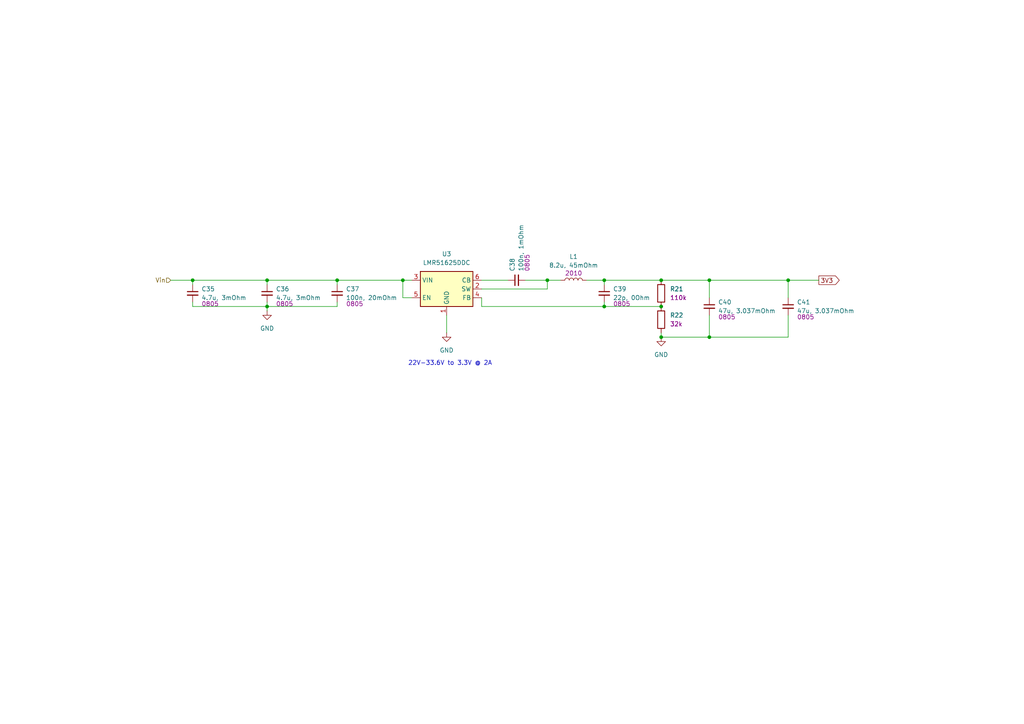
<source format=kicad_sch>
(kicad_sch (version 20250114) (generator "eeschema") (generator_version "9.0")
  (paper "A4")
  (lib_symbols
    (symbol "Device:C_Small" (pin_numbers (hide yes)) (pin_names (offset 0.254) (hide yes))
      (property "Reference" "C" (at 0.254 1.778 0))
      (property "Value" "C_Small" (at 0.254 -2.032 0))
      (symbol "C_Small_0_1"
        (polyline (pts (xy -1.524 0.508) (xy 1.524 0.508)) (stroke (width 0.3048)))
        (polyline (pts (xy -1.524 -0.508) (xy 1.524 -0.508)) (stroke (width 0.3302)))
      )
      (symbol "C_Small_1_1"
        (pin passive line (at 0 2.54 270) (length 2.032) (name "~") (number "1"))
        (pin passive line (at 0 -2.54 90) (length 2.032) (name "~") (number "2"))
      )
    )
    (symbol "Device:L" (pin_numbers (hide yes)) (pin_names (offset 1.016) (hide yes))
      (property "Reference" "L" (at -1.27 0 90))
      (property "Value" "L" (at 1.905 0 90))
      (symbol "L_0_1"
        (arc (start 0 2.54) (mid 0.6323 1.905) (end 0 1.27))
        (arc (start 0 1.27) (mid 0.6323 0.635) (end 0 0))
        (arc (start 0 0) (mid 0.6323 -0.635) (end 0 -1.27))
        (arc (start 0 -1.27) (mid 0.6323 -1.905) (end 0 -2.54))
      )
      (symbol "L_1_1"
        (pin passive line (at 0 3.81 270) (length 1.27) (name "1") (number "1"))
        (pin passive line (at 0 -3.81 90) (length 1.27) (name "2") (number "2"))
      )
    )
    (symbol "PCM_4ms_Resistor:150K_0603" (pin_numbers (hide yes)) (pin_names (offset 0))
      (property "Reference" "R" (at 2.032 0 90))
      (property "Display" "150K" (at 3.81 0 90))
      (symbol "150K_0603_0_1"
        (rectangle (start -1.016 -2.54) (end 1.016 2.54) (stroke (width 0.254)))
      )
      (symbol "150K_0603_1_1"
        (pin passive line (at 0 3.81 270) (length 1.27) (name "~") (number "1"))
        (pin passive line (at 0 -3.81 90) (length 1.27) (name "~") (number "2"))
      )
    )
    (symbol "Regulator_Switching:LMR51625DDC"
      (property "Reference" "U" (at -7.62 6.35 0))
      (property "Value" "LMR51625DDC" (at 0 6.35 0))
      (symbol "LMR51625DDC_0_1"
        (rectangle (start -7.62 5.08) (end 7.62 -5.08) (stroke (width 0.254)) (fill (type background)))
      )
      (symbol "LMR51625DDC_1_1"
        (pin power_in line (at -10.16 2.54 0) (length 2.54) (name "VIN") (number "3"))
        (pin input line (at -10.16 -2.54 0) (length 2.54) (name "EN") (number "5"))
        (pin power_in line (at 0 -7.62 90) (length 2.54) (name "GND") (number "1"))
        (pin passive line (at 10.16 2.54 180) (length 2.54) (name "CB") (number "6"))
        (pin power_out line (at 10.16 0 180) (length 2.54) (name "SW") (number "2"))
        (pin input line (at 10.16 -2.54 180) (length 2.54) (name "FB") (number "4"))
      )
    )
    (symbol "power:GND" (power) (pin_numbers (hide yes)) (pin_names (offset 0) (hide yes))
      (property "Value" "GND" (at 0 -3.81 0))
      (symbol "GND_0_1"
        (polyline (pts (xy 0 0) (xy 0 -1.27) (xy 1.27 -1.27) (xy 0 -2.54) (xy -1.27 -1.27) (xy 0 -1.27)))
      )
      (symbol "GND_1_1"
        (pin power_in line (at 0 0 270) (length 0) (name "~") (number "1"))
      )
    )
  )
  (text "22V-33.6V to 3.3V @ 2A" (at 130.556 105.41 0) (effects (font (size 1.27 1.27))))
  (junction (at 55.88 81.28))
  (junction (at 175.26 88.9))
  (junction (at 116.84 81.28))
  (junction (at 191.77 97.79))
  (junction (at 175.26 81.28))
  (junction (at 77.47 88.9))
  (junction (at 191.77 81.28))
  (junction (at 205.74 81.28))
  (junction (at 191.77 88.9))
  (junction (at 205.74 97.79))
  (junction (at 158.75 81.28))
  (junction (at 97.79 81.28))
  (junction (at 77.47 81.28))
  (junction (at 228.6 81.28))
  (wire (pts (xy 129.54 91.44) (xy 129.54 96.52)))
  (wire (pts (xy 191.77 97.79) (xy 205.74 97.79)))
  (wire (pts (xy 175.26 88.9) (xy 191.77 88.9)))
  (wire (pts (xy 77.47 87.63) (xy 77.47 88.9)))
  (wire (pts (xy 77.47 88.9) (xy 97.79 88.9)))
  (wire (pts (xy 55.88 81.28) (xy 55.88 82.55)))
  (wire (pts (xy 97.79 81.28) (xy 97.79 82.55)))
  (wire (pts (xy 55.88 87.63) (xy 55.88 88.9)))
  (wire (pts (xy 77.47 81.28) (xy 77.47 82.55)))
  (wire (pts (xy 116.84 86.36) (xy 119.38 86.36)))
  (wire (pts (xy 139.7 81.28) (xy 147.32 81.28)))
  (wire (pts (xy 55.88 81.28) (xy 77.47 81.28)))
  (wire (pts (xy 228.6 81.28) (xy 228.6 86.36)))
  (wire (pts (xy 116.84 81.28) (xy 119.38 81.28)))
  (wire (pts (xy 205.74 97.79) (xy 228.6 97.79)))
  (wire (pts (xy 228.6 91.44) (xy 228.6 97.79)))
  (wire (pts (xy 170.18 81.28) (xy 175.26 81.28)))
  (wire (pts (xy 139.7 86.36) (xy 139.7 88.9)))
  (wire (pts (xy 77.47 81.28) (xy 97.79 81.28)))
  (wire (pts (xy 191.77 81.28) (xy 205.74 81.28)))
  (wire (pts (xy 191.77 97.79) (xy 191.77 96.52)))
  (wire (pts (xy 228.6 81.28) (xy 237.49 81.28)))
  (wire (pts (xy 116.84 81.28) (xy 116.84 86.36)))
  (wire (pts (xy 158.75 81.28) (xy 162.56 81.28)))
  (wire (pts (xy 49.53 81.28) (xy 55.88 81.28)))
  (wire (pts (xy 97.79 81.28) (xy 116.84 81.28)))
  (wire (pts (xy 158.75 81.28) (xy 158.75 83.82)))
  (wire (pts (xy 77.47 90.17) (xy 77.47 88.9)))
  (wire (pts (xy 175.26 81.28) (xy 191.77 81.28)))
  (wire (pts (xy 152.4 81.28) (xy 158.75 81.28)))
  (wire (pts (xy 205.74 91.44) (xy 205.74 97.79)))
  (wire (pts (xy 55.88 88.9) (xy 77.47 88.9)))
  (wire (pts (xy 205.74 81.28) (xy 205.74 86.36)))
  (wire (pts (xy 139.7 88.9) (xy 175.26 88.9)))
  (wire (pts (xy 175.26 81.28) (xy 175.26 82.55)))
  (wire (pts (xy 205.74 81.28) (xy 228.6 81.28)))
  (wire (pts (xy 97.79 87.63) (xy 97.79 88.9)))
  (wire (pts (xy 139.7 83.82) (xy 158.75 83.82)))
  (wire (pts (xy 175.26 87.63) (xy 175.26 88.9)))
  (global_label "3V3" (shape output) (at 237.49 81.28 0) (property "Intersheetrefs" "${INTERSHEET_REFS}" (effects (hide yes))))
  (hierarchical_label "Vin" (shape input) (at 49.53 81.28 180))
  (symbol (lib_id "Device:C_Small") (at 97.79 85.09 0) (unit 1)
    (property "Reference" "C37" (at 100.33 83.8262 0) (effects (justify left)))
    (property "Value" "100n, 20mOhm" (at 100.33 86.3662 0) (effects (justify left)))
    (property "Footprint" "Capacitor_SMD:C_0805_2012Metric_Pad1.18x1.45mm_HandSolder" (effects (hide yes)))
    (property "Description" "0805" (at 102.87 88.138 0))
  )
  (symbol (lib_id "PCM_4ms_Resistor:150K_0603") (at 191.77 92.71 180) (unit 1)
    (property "Reference" "R22" (at 194.31 91.4399 0) (effects (justify right)))
    (property "Value" "150K_0603" (effects (hide yes)))
    (property "Footprint" "PCM_4ms_Resistor:R_0805_2012Metric" (effects (hide yes)))
    (property "Description" "150K, 1%, 1/10W, 0603" (effects (hide yes)))
    (property "Specifications" "150K, 1%, 1/10W, 0603" (effects (hide yes)))
    (property "Manufacturer" "Yageo" (effects (hide yes)))
    (property "Part Number" "RC0603FR-07150KL" (effects (hide yes)))
    (property "Display" "32k" (at 194.31 93.9799 0) (effects (justify right)))
    (property "JLCPCB ID" "C22807" (effects (hide yes)))
  )
  (symbol (lib_id "power:GND") (at 77.47 90.17 0) (unit 1)
    (property "Reference" "#PWR033" (effects (hide yes)))
    (property "Value" "GND" (at 77.47 95.25 0))
    (property "Description" "Power symbol creates a global label with name \"GND\" , ground" (effects (hide yes)))
  )
  (symbol (lib_id "Device:C_Small") (at 149.86 81.28 90) (unit 1)
    (property "Reference" "C38" (at 148.5962 78.74 0) (effects (justify left)))
    (property "Value" "100n, 1mOhm" (at 151.1362 78.74 0) (effects (justify left)))
    (property "Footprint" "Capacitor_SMD:C_0805_2012Metric_Pad1.18x1.45mm_HandSolder" (effects (hide yes)))
    (property "Description" "0805" (at 152.908 76.2 0))
  )
  (symbol (lib_id "Device:L") (at 166.37 81.28 90) (unit 1)
    (property "Reference" "L1" (at 166.37 74.422 90))
    (property "Value" "8.2u, 45mOhm" (at 166.37 76.962 90))
    (property "Footprint" "Inductor_SMD_Wurth:L_Wurth_WE-LQSH-2010" (effects (hide yes)))
    (property "Description" "2010" (at 166.37 79.248 90))
  )
  (symbol (lib_id "Device:C_Small") (at 228.6 88.9 0) (unit 1)
    (property "Reference" "C41" (at 231.14 87.6362 0) (effects (justify left)))
    (property "Value" "47u, 3.037mOhm" (at 231.14 90.1762 0) (effects (justify left)))
    (property "Footprint" "Capacitor_SMD:C_0805_2012Metric_Pad1.18x1.45mm_HandSolder" (effects (hide yes)))
    (property "Description" "0805" (at 233.68 91.948 0))
  )
  (symbol (lib_id "Device:C_Small") (at 77.47 85.09 0) (unit 1)
    (property "Reference" "C36" (at 80.01 83.8262 0) (effects (justify left)))
    (property "Value" "4.7u, 3mOhm" (at 80.01 86.3662 0) (effects (justify left)))
    (property "Footprint" "Capacitor_SMD:C_0805_2012Metric_Pad1.18x1.45mm_HandSolder" (effects (hide yes)))
    (property "Description" "0805" (at 82.55 88.138 0))
  )
  (symbol (lib_id "power:GND") (at 129.54 96.52 0) (unit 1)
    (property "Reference" "#PWR034" (effects (hide yes)))
    (property "Value" "GND" (at 129.54 101.6 0))
    (property "Description" "Power symbol creates a global label with name \"GND\" , ground" (effects (hide yes)))
  )
  (symbol (lib_id "Regulator_Switching:LMR51625DDC") (at 129.54 83.82 0) (unit 1)
    (property "Reference" "U3" (at 129.54 73.66 0))
    (property "Value" "LMR51625DDC" (at 129.54 76.2 0))
    (property "Footprint" "Package_TO_SOT_SMD:SOT-23-6" (effects (hide yes)))
    (property "Datasheet" "https://www.ti.com/lit/ds/symlink/lmr51430.pdf" (effects (hide yes)))
    (property "Description" "4.5-V to 36-V, 3-A synchronous buck converter with 40-µA IQ, SOT-23-6" (effects (hide yes)))
  )
  (symbol (lib_id "PCM_4ms_Resistor:150K_0603") (at 191.77 85.09 180) (unit 1)
    (property "Reference" "R21" (at 194.31 83.8199 0) (effects (justify right)))
    (property "Value" "150K_0603" (effects (hide yes)))
    (property "Footprint" "PCM_4ms_Resistor:R_0805_2012Metric" (effects (hide yes)))
    (property "Description" "150K, 1%, 1/10W, 0603" (effects (hide yes)))
    (property "Specifications" "150K, 1%, 1/10W, 0603" (effects (hide yes)))
    (property "Manufacturer" "Yageo" (effects (hide yes)))
    (property "Part Number" "RC0603FR-07150KL" (effects (hide yes)))
    (property "Display" "110k" (at 194.31 86.3599 0) (effects (justify right)))
    (property "JLCPCB ID" "C22807" (effects (hide yes)))
  )
  (symbol (lib_id "Device:C_Small") (at 205.74 88.9 0) (unit 1)
    (property "Reference" "C40" (at 208.28 87.6362 0) (effects (justify left)))
    (property "Value" "47u, 3.037mOhm" (at 208.28 90.1762 0) (effects (justify left)))
    (property "Footprint" "Capacitor_SMD:C_0805_2012Metric_Pad1.18x1.45mm_HandSolder" (effects (hide yes)))
    (property "Description" "0805" (at 210.82 91.948 0))
  )
  (symbol (lib_id "power:GND") (at 191.77 97.79 0) (unit 1)
    (property "Reference" "#PWR035" (effects (hide yes)))
    (property "Value" "GND" (at 191.77 102.87 0))
    (property "Description" "Power symbol creates a global label with name \"GND\" , ground" (effects (hide yes)))
  )
  (symbol (lib_id "Device:C_Small") (at 175.26 85.09 0) (unit 1)
    (property "Reference" "C39" (at 177.8 83.8262 0) (effects (justify left)))
    (property "Value" "22p, 0Ohm" (at 177.8 86.3662 0) (effects (justify left)))
    (property "Footprint" "Capacitor_SMD:C_0805_2012Metric_Pad1.18x1.45mm_HandSolder" (effects (hide yes)))
    (property "Description" "0805" (at 180.34 88.138 0))
  )
  (symbol (lib_id "Device:C_Small") (at 55.88 85.09 0) (unit 1)
    (property "Reference" "C35" (at 58.42 83.8262 0) (effects (justify left)))
    (property "Value" "4.7u, 3mOhm" (at 58.42 86.3662 0) (effects (justify left)))
    (property "Footprint" "Capacitor_SMD:C_0805_2012Metric_Pad1.18x1.45mm_HandSolder" (effects (hide yes)))
    (property "Description" "0805" (at 60.96 88.138 0))
  )
)
</source>
